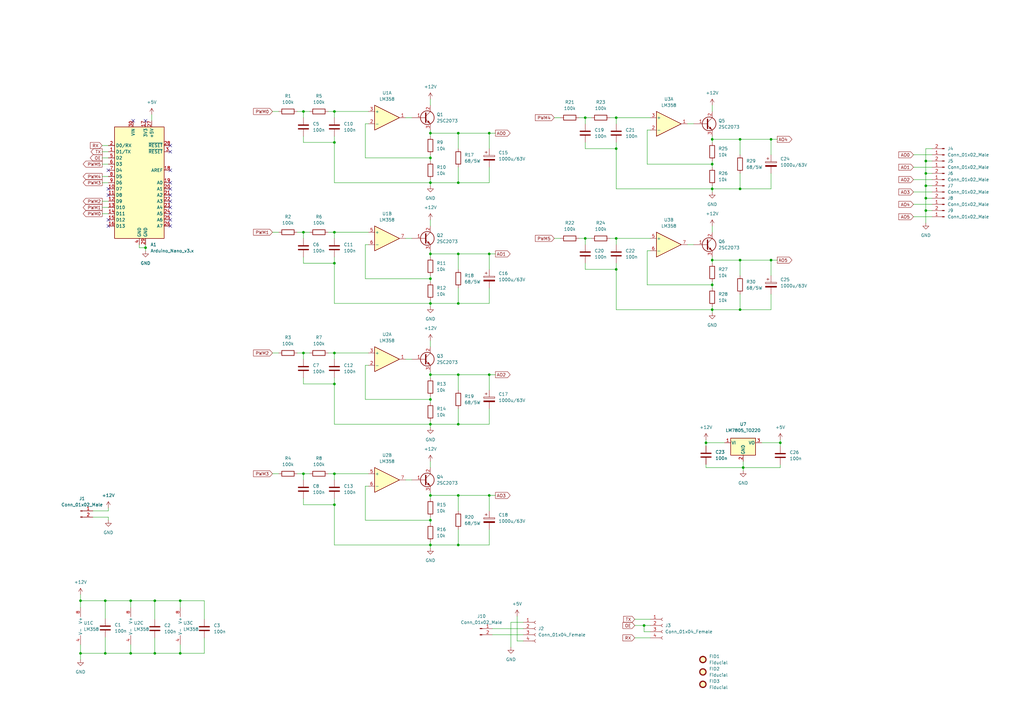
<source format=kicad_sch>
(kicad_sch (version 20211123) (generator eeschema)
  (paper "A3")
  (junction (at 187.96 104.14))
  (junction (at 379.73 71.12))
  (junction (at 264.16 256.54))
  (junction (at 252.73 60.96))
  (junction (at 176.53 64.77))
  (junction (at 43.18 246.38))
  (junction (at 292.1 106.68))
  (junction (at 320.04 181.61))
  (junction (at 63.5 267.97))
  (junction (at 176.53 114.3))
  (junction (at 43.18 267.97))
  (junction (at 200.66 203.2))
  (junction (at 292.1 127))
  (junction (at 124.46 45.72))
  (junction (at 292.1 67.31))
  (junction (at 176.53 124.46))
  (junction (at 137.16 157.48))
  (junction (at 316.23 57.15))
  (junction (at 73.914 246.38))
  (junction (at 176.53 213.36))
  (junction (at 200.66 153.67))
  (junction (at 33.02 246.38))
  (junction (at 187.96 153.67))
  (junction (at 200.66 104.14))
  (junction (at 176.53 153.67))
  (junction (at 316.23 106.68))
  (junction (at 53.594 267.97))
  (junction (at 289.56 181.61))
  (junction (at 137.16 144.78))
  (junction (at 379.73 86.36))
  (junction (at 137.16 95.25))
  (junction (at 292.1 77.47))
  (junction (at 187.96 203.2))
  (junction (at 176.53 54.61))
  (junction (at 379.73 76.2))
  (junction (at 240.03 97.79))
  (junction (at 176.53 223.52))
  (junction (at 124.46 194.31))
  (junction (at 303.53 127))
  (junction (at 53.594 246.38))
  (junction (at 379.73 66.04))
  (junction (at 137.16 107.95))
  (junction (at 176.53 203.2))
  (junction (at 59.69 101.6))
  (junction (at 200.66 54.61))
  (junction (at 292.1 116.84))
  (junction (at 240.03 48.26))
  (junction (at 33.02 267.97))
  (junction (at 303.53 57.15))
  (junction (at 176.53 104.14))
  (junction (at 176.53 163.83))
  (junction (at 252.73 110.49))
  (junction (at 187.96 223.52))
  (junction (at 137.16 194.31))
  (junction (at 187.96 173.99))
  (junction (at 124.46 95.25))
  (junction (at 303.53 77.47))
  (junction (at 187.96 124.46))
  (junction (at 187.96 74.93))
  (junction (at 137.16 207.01))
  (junction (at 63.5 246.38))
  (junction (at 379.73 81.28))
  (junction (at 304.8 191.77))
  (junction (at 252.73 48.26))
  (junction (at 137.16 58.42))
  (junction (at 73.914 267.97))
  (junction (at 252.73 97.79))
  (junction (at 303.53 106.68))
  (junction (at 176.53 74.93))
  (junction (at 124.46 144.78))
  (junction (at 176.53 173.99))
  (junction (at 292.1 57.15))
  (junction (at 137.16 45.72))
  (junction (at 187.96 54.61))
  (no_connect (at 69.85 80.01))
  (no_connect (at 69.85 77.47))
  (no_connect (at 69.85 74.93))
  (no_connect (at 44.45 80.01))
  (no_connect (at 44.45 77.47))
  (no_connect (at 69.85 82.55))
  (no_connect (at 44.45 69.85))
  (no_connect (at 69.85 85.09))
  (no_connect (at 69.85 87.63))
  (no_connect (at 69.85 90.17))
  (no_connect (at 69.85 92.71))
  (no_connect (at 44.45 90.17))
  (no_connect (at 44.45 92.71))
  (no_connect (at 69.85 59.69))
  (no_connect (at 69.85 62.23))
  (no_connect (at 69.85 69.85))
  (no_connect (at 59.69 49.53))
  (no_connect (at 54.61 49.53))
  (wire (pts (xy 374.65 88.9) (xy 382.27 88.9)))
  (wire (pts (xy 252.73 48.26) (xy 266.7 48.26)))
  (wire (pts (xy 83.82 267.97) (xy 73.914 267.97)))
  (wire (pts (xy 320.04 190.627) (xy 320.04 191.77)))
  (wire (pts (xy 176.53 203.2) (xy 187.96 203.2)))
  (wire (pts (xy 176.53 124.46) (xy 187.96 124.46)))
  (wire (pts (xy 176.53 124.46) (xy 176.53 125.73)))
  (wire (pts (xy 316.23 77.47) (xy 316.23 71.12)))
  (wire (pts (xy 187.96 104.14) (xy 187.96 110.49)))
  (wire (pts (xy 379.73 71.12) (xy 382.27 71.12)))
  (wire (pts (xy 121.92 45.72) (xy 124.46 45.72)))
  (wire (pts (xy 379.73 86.36) (xy 379.73 81.28)))
  (wire (pts (xy 303.53 57.15) (xy 316.23 57.15)))
  (wire (pts (xy 316.23 57.15) (xy 318.77 57.15)))
  (wire (pts (xy 176.53 222.25) (xy 176.53 223.52)))
  (wire (pts (xy 124.46 154.94) (xy 124.46 157.48)))
  (wire (pts (xy 44.45 209.55) (xy 44.45 208.28)))
  (wire (pts (xy 137.16 45.72) (xy 151.13 45.72)))
  (wire (pts (xy 187.96 173.99) (xy 200.66 173.99)))
  (wire (pts (xy 379.73 86.36) (xy 382.27 86.36)))
  (wire (pts (xy 137.16 58.42) (xy 137.16 55.88)))
  (wire (pts (xy 292.1 127) (xy 252.73 127)))
  (wire (pts (xy 200.66 203.2) (xy 203.2 203.2)))
  (wire (pts (xy 134.62 144.78) (xy 137.16 144.78)))
  (wire (pts (xy 200.66 118.11) (xy 200.66 124.46)))
  (wire (pts (xy 312.42 181.61) (xy 320.04 181.61)))
  (wire (pts (xy 124.46 194.31) (xy 127 194.31)))
  (wire (pts (xy 187.96 223.52) (xy 200.66 223.52)))
  (wire (pts (xy 214.63 262.89) (xy 212.09 262.89)))
  (wire (pts (xy 252.73 127) (xy 252.73 110.49)))
  (wire (pts (xy 201.93 257.81) (xy 214.63 257.81)))
  (wire (pts (xy 137.16 95.25) (xy 151.13 95.25)))
  (wire (pts (xy 176.53 153.67) (xy 176.53 154.94)))
  (wire (pts (xy 252.73 60.96) (xy 252.73 58.42)))
  (wire (pts (xy 281.94 100.33) (xy 284.48 100.33)))
  (wire (pts (xy 289.56 181.61) (xy 289.56 180.34)))
  (wire (pts (xy 176.53 113.03) (xy 176.53 114.3)))
  (wire (pts (xy 240.03 110.49) (xy 252.73 110.49)))
  (wire (pts (xy 292.1 127) (xy 292.1 128.27)))
  (wire (pts (xy 83.82 261.62) (xy 83.82 267.97)))
  (wire (pts (xy 124.46 55.88) (xy 124.46 58.42)))
  (wire (pts (xy 176.53 201.93) (xy 176.53 203.2)))
  (wire (pts (xy 41.91 87.63) (xy 44.45 87.63)))
  (wire (pts (xy 304.8 191.77) (xy 289.56 191.77)))
  (wire (pts (xy 124.46 95.25) (xy 124.46 97.79)))
  (wire (pts (xy 176.53 203.2) (xy 176.53 204.47)))
  (wire (pts (xy 137.16 95.25) (xy 137.16 97.79)))
  (wire (pts (xy 316.23 106.68) (xy 318.77 106.68)))
  (wire (pts (xy 33.02 264.414) (xy 33.02 267.97)))
  (wire (pts (xy 33.02 243.84) (xy 33.02 246.38)))
  (wire (pts (xy 176.53 153.67) (xy 187.96 153.67)))
  (wire (pts (xy 166.37 196.85) (xy 168.91 196.85)))
  (wire (pts (xy 111.76 144.78) (xy 114.3 144.78)))
  (wire (pts (xy 176.53 173.99) (xy 187.96 173.99)))
  (wire (pts (xy 149.86 149.86) (xy 151.13 149.86)))
  (wire (pts (xy 176.53 163.83) (xy 149.86 163.83)))
  (wire (pts (xy 187.96 153.67) (xy 187.96 160.02)))
  (wire (pts (xy 281.94 50.8) (xy 284.48 50.8)))
  (wire (pts (xy 379.73 76.2) (xy 382.27 76.2)))
  (wire (pts (xy 240.03 97.79) (xy 240.03 100.33)))
  (wire (pts (xy 176.53 64.77) (xy 176.53 66.04)))
  (wire (pts (xy 43.18 261.366) (xy 43.18 267.97)))
  (wire (pts (xy 250.19 97.79) (xy 252.73 97.79)))
  (wire (pts (xy 260.35 261.62) (xy 266.7 261.62)))
  (wire (pts (xy 124.46 144.78) (xy 127 144.78)))
  (wire (pts (xy 265.43 102.87) (xy 265.43 116.84)))
  (wire (pts (xy 38.1 212.09) (xy 44.45 212.09)))
  (wire (pts (xy 176.53 223.52) (xy 176.53 224.79)))
  (wire (pts (xy 303.53 57.15) (xy 303.53 63.5)))
  (wire (pts (xy 176.53 73.66) (xy 176.53 74.93)))
  (wire (pts (xy 44.45 212.09) (xy 44.45 213.36)))
  (wire (pts (xy 59.69 101.6) (xy 59.69 102.87)))
  (wire (pts (xy 292.1 105.41) (xy 292.1 106.68)))
  (wire (pts (xy 240.03 60.96) (xy 252.73 60.96)))
  (wire (pts (xy 289.56 181.61) (xy 289.56 182.88)))
  (wire (pts (xy 265.43 53.34) (xy 265.43 67.31)))
  (wire (pts (xy 303.53 127) (xy 316.23 127)))
  (wire (pts (xy 124.46 157.48) (xy 137.16 157.48)))
  (wire (pts (xy 264.16 256.54) (xy 266.7 256.54)))
  (wire (pts (xy 176.53 223.52) (xy 187.96 223.52)))
  (wire (pts (xy 176.53 123.19) (xy 176.53 124.46)))
  (wire (pts (xy 137.16 194.31) (xy 137.16 196.85)))
  (wire (pts (xy 187.96 203.2) (xy 200.66 203.2)))
  (wire (pts (xy 209.55 255.27) (xy 209.55 265.43)))
  (wire (pts (xy 149.86 100.33) (xy 151.13 100.33)))
  (wire (pts (xy 250.19 48.26) (xy 252.73 48.26)))
  (wire (pts (xy 237.49 97.79) (xy 240.03 97.79)))
  (wire (pts (xy 187.96 104.14) (xy 200.66 104.14)))
  (wire (pts (xy 176.53 102.87) (xy 176.53 104.14)))
  (wire (pts (xy 73.914 246.38) (xy 73.914 249.174)))
  (wire (pts (xy 379.73 81.28) (xy 379.73 76.2)))
  (wire (pts (xy 187.96 124.46) (xy 200.66 124.46)))
  (wire (pts (xy 176.53 54.61) (xy 176.53 55.88)))
  (wire (pts (xy 124.46 45.72) (xy 127 45.72)))
  (wire (pts (xy 374.65 68.58) (xy 382.27 68.58)))
  (wire (pts (xy 38.1 209.55) (xy 44.45 209.55)))
  (wire (pts (xy 149.86 50.8) (xy 149.86 64.77)))
  (wire (pts (xy 124.46 58.42) (xy 137.16 58.42)))
  (wire (pts (xy 212.09 262.89) (xy 212.09 252.73)))
  (wire (pts (xy 292.1 77.47) (xy 303.53 77.47)))
  (wire (pts (xy 252.73 97.79) (xy 252.73 100.33)))
  (wire (pts (xy 303.53 127) (xy 303.53 120.65)))
  (wire (pts (xy 41.91 85.09) (xy 44.45 85.09)))
  (wire (pts (xy 137.16 124.46) (xy 137.16 107.95)))
  (wire (pts (xy 227.33 48.26) (xy 229.87 48.26)))
  (wire (pts (xy 187.96 223.52) (xy 187.96 217.17)))
  (wire (pts (xy 149.86 100.33) (xy 149.86 114.3)))
  (wire (pts (xy 201.93 260.35) (xy 214.63 260.35)))
  (wire (pts (xy 265.43 53.34) (xy 266.7 53.34)))
  (wire (pts (xy 200.66 223.52) (xy 200.66 217.17)))
  (wire (pts (xy 260.35 256.54) (xy 264.16 256.54)))
  (wire (pts (xy 111.76 194.31) (xy 114.3 194.31)))
  (wire (pts (xy 41.91 67.31) (xy 44.45 67.31)))
  (wire (pts (xy 53.594 264.414) (xy 53.594 267.97)))
  (wire (pts (xy 292.1 115.57) (xy 292.1 116.84)))
  (wire (pts (xy 266.7 259.08) (xy 264.16 259.08)))
  (wire (pts (xy 166.37 48.26) (xy 168.91 48.26)))
  (wire (pts (xy 137.16 107.95) (xy 137.16 105.41)))
  (wire (pts (xy 303.53 106.68) (xy 303.53 113.03)))
  (wire (pts (xy 187.96 203.2) (xy 187.96 209.55)))
  (wire (pts (xy 124.46 105.41) (xy 124.46 107.95)))
  (wire (pts (xy 200.66 203.2) (xy 200.66 209.55)))
  (wire (pts (xy 124.46 95.25) (xy 127 95.25)))
  (wire (pts (xy 187.96 173.99) (xy 187.96 167.64)))
  (wire (pts (xy 292.1 116.84) (xy 292.1 118.11)))
  (wire (pts (xy 176.53 104.14) (xy 176.53 105.41)))
  (wire (pts (xy 200.66 153.67) (xy 200.66 160.02)))
  (wire (pts (xy 33.02 267.97) (xy 43.18 267.97)))
  (wire (pts (xy 176.53 173.99) (xy 176.53 175.26)))
  (wire (pts (xy 53.594 246.38) (xy 53.594 249.174)))
  (wire (pts (xy 237.49 48.26) (xy 240.03 48.26)))
  (wire (pts (xy 292.1 57.15) (xy 303.53 57.15)))
  (wire (pts (xy 200.66 104.14) (xy 200.66 110.49)))
  (wire (pts (xy 303.53 106.68) (xy 316.23 106.68)))
  (wire (pts (xy 200.66 104.14) (xy 203.2 104.14)))
  (wire (pts (xy 176.53 63.5) (xy 176.53 64.77)))
  (wire (pts (xy 73.914 267.97) (xy 73.914 264.414)))
  (wire (pts (xy 252.73 97.79) (xy 266.7 97.79)))
  (wire (pts (xy 187.96 153.67) (xy 200.66 153.67)))
  (wire (pts (xy 176.53 114.3) (xy 149.86 114.3)))
  (wire (pts (xy 149.86 199.39) (xy 151.13 199.39)))
  (wire (pts (xy 137.16 157.48) (xy 137.16 154.94)))
  (wire (pts (xy 111.76 95.25) (xy 114.3 95.25)))
  (wire (pts (xy 240.03 48.26) (xy 242.57 48.26)))
  (wire (pts (xy 62.23 46.99) (xy 62.23 49.53)))
  (wire (pts (xy 200.66 54.61) (xy 203.2 54.61)))
  (wire (pts (xy 137.16 144.78) (xy 137.16 147.32)))
  (wire (pts (xy 303.53 77.47) (xy 303.53 71.12)))
  (wire (pts (xy 137.16 207.01) (xy 137.16 204.47)))
  (wire (pts (xy 187.96 124.46) (xy 187.96 118.11)))
  (wire (pts (xy 149.86 149.86) (xy 149.86 163.83)))
  (wire (pts (xy 176.53 213.36) (xy 149.86 213.36)))
  (wire (pts (xy 137.16 74.93) (xy 137.16 58.42)))
  (wire (pts (xy 240.03 107.95) (xy 240.03 110.49)))
  (wire (pts (xy 134.62 95.25) (xy 137.16 95.25)))
  (wire (pts (xy 304.8 191.77) (xy 304.8 193.04)))
  (wire (pts (xy 292.1 66.04) (xy 292.1 67.31)))
  (wire (pts (xy 292.1 67.31) (xy 292.1 68.58)))
  (wire (pts (xy 292.1 43.18) (xy 292.1 45.72)))
  (wire (pts (xy 124.46 194.31) (xy 124.46 196.85)))
  (wire (pts (xy 187.96 74.93) (xy 187.96 68.58)))
  (wire (pts (xy 149.86 50.8) (xy 151.13 50.8)))
  (wire (pts (xy 292.1 55.88) (xy 292.1 57.15)))
  (wire (pts (xy 176.53 223.52) (xy 137.16 223.52)))
  (wire (pts (xy 33.02 246.38) (xy 43.18 246.38)))
  (wire (pts (xy 41.91 74.93) (xy 44.45 74.93)))
  (wire (pts (xy 320.04 191.77) (xy 304.8 191.77)))
  (wire (pts (xy 320.04 181.61) (xy 320.04 183.007)))
  (wire (pts (xy 292.1 76.2) (xy 292.1 77.47)))
  (wire (pts (xy 59.69 101.6) (xy 57.15 101.6)))
  (wire (pts (xy 379.73 66.04) (xy 382.27 66.04)))
  (wire (pts (xy 187.96 54.61) (xy 200.66 54.61)))
  (wire (pts (xy 176.53 74.93) (xy 137.16 74.93)))
  (wire (pts (xy 292.1 57.15) (xy 292.1 58.42)))
  (wire (pts (xy 63.5 267.97) (xy 73.914 267.97)))
  (wire (pts (xy 176.53 213.36) (xy 176.53 214.63)))
  (wire (pts (xy 379.73 91.44) (xy 379.73 86.36)))
  (wire (pts (xy 176.53 90.17) (xy 176.53 92.71)))
  (wire (pts (xy 83.82 246.38) (xy 73.914 246.38)))
  (wire (pts (xy 292.1 116.84) (xy 265.43 116.84)))
  (wire (pts (xy 252.73 110.49) (xy 252.73 107.95)))
  (wire (pts (xy 176.53 64.77) (xy 149.86 64.77)))
  (wire (pts (xy 41.91 72.39) (xy 44.45 72.39)))
  (wire (pts (xy 176.53 114.3) (xy 176.53 115.57)))
  (wire (pts (xy 292.1 106.68) (xy 292.1 107.95)))
  (wire (pts (xy 33.02 267.97) (xy 33.02 270.51)))
  (wire (pts (xy 166.37 147.32) (xy 168.91 147.32)))
  (wire (pts (xy 176.53 139.7) (xy 176.53 142.24)))
  (wire (pts (xy 316.23 106.68) (xy 316.23 113.03)))
  (wire (pts (xy 33.02 246.38) (xy 33.02 249.174)))
  (wire (pts (xy 227.33 97.79) (xy 229.87 97.79)))
  (wire (pts (xy 260.35 254) (xy 266.7 254)))
  (wire (pts (xy 214.63 255.27) (xy 209.55 255.27)))
  (wire (pts (xy 240.03 48.26) (xy 240.03 50.8)))
  (wire (pts (xy 292.1 127) (xy 303.53 127)))
  (wire (pts (xy 124.46 144.78) (xy 124.46 147.32)))
  (wire (pts (xy 176.53 212.09) (xy 176.53 213.36)))
  (wire (pts (xy 176.53 172.72) (xy 176.53 173.99)))
  (wire (pts (xy 292.1 77.47) (xy 252.73 77.47)))
  (wire (pts (xy 121.92 95.25) (xy 124.46 95.25)))
  (wire (pts (xy 43.18 267.97) (xy 53.594 267.97)))
  (wire (pts (xy 379.73 71.12) (xy 379.73 66.04)))
  (wire (pts (xy 200.66 173.99) (xy 200.66 167.64)))
  (wire (pts (xy 297.18 181.61) (xy 289.56 181.61)))
  (wire (pts (xy 176.53 124.46) (xy 137.16 124.46)))
  (wire (pts (xy 176.53 152.4) (xy 176.53 153.67)))
  (wire (pts (xy 200.66 68.58) (xy 200.66 74.93)))
  (wire (pts (xy 292.1 125.73) (xy 292.1 127)))
  (wire (pts (xy 292.1 92.71) (xy 292.1 95.25)))
  (wire (pts (xy 124.46 204.47) (xy 124.46 207.01)))
  (wire (pts (xy 166.37 97.79) (xy 168.91 97.79)))
  (wire (pts (xy 176.53 40.64) (xy 176.53 43.18)))
  (wire (pts (xy 63.5 246.38) (xy 63.5 254)))
  (wire (pts (xy 134.62 194.31) (xy 137.16 194.31)))
  (wire (pts (xy 57.15 100.33) (xy 57.15 101.6)))
  (wire (pts (xy 176.53 74.93) (xy 187.96 74.93)))
  (wire (pts (xy 379.73 60.96) (xy 382.27 60.96)))
  (wire (pts (xy 200.66 74.93) (xy 187.96 74.93)))
  (wire (pts (xy 59.69 100.33) (xy 59.69 101.6)))
  (wire (pts (xy 176.53 74.93) (xy 176.53 76.2)))
  (wire (pts (xy 176.53 54.61) (xy 187.96 54.61)))
  (wire (pts (xy 149.86 199.39) (xy 149.86 213.36)))
  (wire (pts (xy 374.65 73.66) (xy 382.27 73.66)))
  (wire (pts (xy 374.65 83.82) (xy 382.27 83.82)))
  (wire (pts (xy 134.62 45.72) (xy 137.16 45.72)))
  (wire (pts (xy 73.914 246.38) (xy 63.5 246.38)))
  (wire (pts (xy 292.1 77.47) (xy 292.1 78.74)))
  (wire (pts (xy 41.91 82.55) (xy 44.45 82.55)))
  (wire (pts (xy 83.82 246.38) (xy 83.82 254)))
  (wire (pts (xy 374.65 78.74) (xy 382.27 78.74)))
  (wire (pts (xy 379.73 81.28) (xy 382.27 81.28)))
  (wire (pts (xy 379.73 66.04) (xy 379.73 60.96)))
  (wire (pts (xy 379.73 76.2) (xy 379.73 71.12)))
  (wire (pts (xy 289.56 190.5) (xy 289.56 191.77)))
  (wire (pts (xy 41.91 64.77) (xy 44.45 64.77)))
  (wire (pts (xy 121.92 194.31) (xy 124.46 194.31)))
  (wire (pts (xy 200.66 54.61) (xy 200.66 60.96)))
  (wire (pts (xy 137.16 144.78) (xy 151.13 144.78)))
  (wire (pts (xy 53.594 267.97) (xy 63.5 267.97)))
  (wire (pts (xy 252.73 77.47) (xy 252.73 60.96)))
  (wire (pts (xy 137.16 223.52) (xy 137.16 207.01)))
  (wire (pts (xy 41.91 59.69) (xy 44.45 59.69)))
  (wire (pts (xy 176.53 163.83) (xy 176.53 165.1)))
  (wire (pts (xy 111.76 45.72) (xy 114.3 45.72)))
  (wire (pts (xy 176.53 104.14) (xy 187.96 104.14)))
  (wire (pts (xy 265.43 102.87) (xy 266.7 102.87)))
  (wire (pts (xy 252.73 48.26) (xy 252.73 50.8)))
  (wire (pts (xy 187.96 54.61) (xy 187.96 60.96)))
  (wire (pts (xy 63.5 261.62) (xy 63.5 267.97)))
  (wire (pts (xy 137.16 173.99) (xy 137.16 157.48)))
  (wire (pts (xy 316.23 127) (xy 316.23 120.65)))
  (wire (pts (xy 124.46 45.72) (xy 124.46 48.26)))
  (wire (pts (xy 124.46 207.01) (xy 137.16 207.01)))
  (wire (pts (xy 264.16 259.08) (xy 264.16 256.54)))
  (wire (pts (xy 176.53 173.99) (xy 137.16 173.99)))
  (wire (pts (xy 304.8 189.23) (xy 304.8 191.77)))
  (wire (pts (xy 41.91 62.23) (xy 44.45 62.23)))
  (wire (pts (xy 137.16 45.72) (xy 137.16 48.26)))
  (wire (pts (xy 176.53 53.34) (xy 176.53 54.61)))
  (wire (pts (xy 121.92 144.78) (xy 124.46 144.78)))
  (wire (pts (xy 316.23 57.15) (xy 316.23 63.5)))
  (wire (pts (xy 303.53 77.47) (xy 316.23 77.47)))
  (wire (pts (xy 176.53 189.23) (xy 176.53 191.77)))
  (wire (pts (xy 374.65 63.5) (xy 382.27 63.5)))
  (wire (pts (xy 43.18 246.38) (xy 53.594 246.38)))
  (wire (pts (xy 200.66 153.67) (xy 203.2 153.67)))
  (wire (pts (xy 240.03 58.42) (xy 240.03 60.96)))
  (wire (pts (xy 320.04 181.61) (xy 320.04 180.34)))
  (wire (pts (xy 124.46 107.95) (xy 137.16 107.95)))
  (wire (pts (xy 176.53 162.56) (xy 176.53 163.83)))
  (wire (pts (xy 292.1 67.31) (xy 265.43 67.31)))
  (wire (pts (xy 63.5 246.38) (xy 53.594 246.38)))
  (wire (pts (xy 240.03 97.79) (xy 242.57 97.79)))
  (wire (pts (xy 292.1 106.68) (xy 303.53 106.68)))
  (wire (pts (xy 43.18 253.746) (xy 43.18 246.38)))
  (wire (pts (xy 137.16 194.31) (xy 151.13 194.31)))
  (global_label "PWM4" (shape output) (at 41.91 72.39 180) (property "Intersheet References" "${INTERSHEET_REFS}" (effects hide)))
  (global_label "PWM3" (shape output) (at 41.91 74.93 180) (property "Intersheet References" "${INTERSHEET_REFS}" (effects hide)))
  (global_label "AO1" (shape output) (at 203.2 104.14 0) (property "Intersheet References" "${INTERSHEET_REFS}" (effects hide)))
  (global_label "AO5" (shape output) (at 318.77 106.68 0) (property "Intersheet References" "${INTERSHEET_REFS}" (effects hide)))
  (global_label "PWM0" (shape output) (at 41.91 87.63 180) (property "Intersheet References" "${INTERSHEET_REFS}" (effects hide)))
  (global_label "RX" (shape input) (at 41.91 59.69 180) (property "Intersheet References" "${INTERSHEET_REFS}" (effects hide)))
  (global_label "AO0" (shape input) (at 374.65 63.5 180) (property "Intersheet References" "${INTERSHEET_REFS}" (effects hide)))
  (global_label "OE" (shape input) (at 260.35 256.54 180) (property "Intersheet References" "${INTERSHEET_REFS}" (effects hide)))
  (global_label "PWM5" (shape input) (at 227.33 97.79 180) (property "Intersheet References" "${INTERSHEET_REFS}" (effects hide)))
  (global_label "TX" (shape output) (at 41.91 62.23 180) (property "Intersheet References" "${INTERSHEET_REFS}" (effects hide)))
  (global_label "AO5" (shape input) (at 374.65 88.9 180) (property "Intersheet References" "${INTERSHEET_REFS}" (effects hide)))
  (global_label "PWM1" (shape input) (at 111.76 95.25 180) (property "Intersheet References" "${INTERSHEET_REFS}" (effects hide)))
  (global_label "AO3" (shape output) (at 203.2 203.2 0) (property "Intersheet References" "${INTERSHEET_REFS}" (effects hide)))
  (global_label "PWM3" (shape input) (at 111.76 194.31 180) (property "Intersheet References" "${INTERSHEET_REFS}" (effects hide)))
  (global_label "AO4" (shape output) (at 318.77 57.15 0) (property "Intersheet References" "${INTERSHEET_REFS}" (effects hide)))
  (global_label "AO2" (shape input) (at 374.65 73.66 180) (property "Intersheet References" "${INTERSHEET_REFS}" (effects hide)))
  (global_label "PWM1" (shape output) (at 41.91 85.09 180) (property "Intersheet References" "${INTERSHEET_REFS}" (effects hide)))
  (global_label "AO0" (shape output) (at 203.2 54.61 0) (property "Intersheet References" "${INTERSHEET_REFS}" (effects hide)))
  (global_label "PWM4" (shape input) (at 227.33 48.26 180) (property "Intersheet References" "${INTERSHEET_REFS}" (effects hide)))
  (global_label "PWM0" (shape input) (at 111.76 45.72 180) (property "Intersheet References" "${INTERSHEET_REFS}" (effects hide)))
  (global_label "RX" (shape input) (at 260.35 261.62 180) (property "Intersheet References" "${INTERSHEET_REFS}" (effects hide)))
  (global_label "AO1" (shape input) (at 374.65 68.58 180) (property "Intersheet References" "${INTERSHEET_REFS}" (effects hide)))
  (global_label "AO2" (shape output) (at 203.2 153.67 0) (property "Intersheet References" "${INTERSHEET_REFS}" (effects hide)))
  (global_label "PWM2" (shape input) (at 111.76 144.78 180) (property "Intersheet References" "${INTERSHEET_REFS}" (effects hide)))
  (global_label "TX" (shape input) (at 260.35 254 180) (property "Intersheet References" "${INTERSHEET_REFS}" (effects hide)))
  (global_label "AO4" (shape input) (at 374.65 83.82 180) (property "Intersheet References" "${INTERSHEET_REFS}" (effects hide)))
  (global_label "AO3" (shape input) (at 374.65 78.74 180) (property "Intersheet References" "${INTERSHEET_REFS}" (effects hide)))
  (global_label "OE" (shape output) (at 41.91 64.77 180) (property "Intersheet References" "${INTERSHEET_REFS}" (effects hide)))
  (global_label "PWM2" (shape output) (at 41.91 82.55 180) (property "Intersheet References" "${INTERSHEET_REFS}" (effects hide)))
  (global_label "PWM5" (shape output) (at 41.91 67.31 180) (property "Intersheet References" "${INTERSHEET_REFS}" (effects hide)))
  (symbol (lib_id "Device:Q_NPN_BCE") (at 173.99 48.26 0) (unit 1)
    (property "Reference" "Q1" (at 179.07 46.9899 0) (effects (justify left)))
    (property "Value" "2SC2073" (at 179.07 49.5299 0) (effects (justify left)))
    (property "Footprint" "Package_TO_SOT_THT:TO-220-3_Vertical" (effects hide))
  )
  (symbol (lib_id "Device:C") (at 320.04 186.817 0) (unit 1)
    (property "Reference" "C26" (at 323.85 185.5469 0) (effects (justify left)))
    (property "Value" "100n" (at 323.85 188.0869 0) (effects (justify left)))
    (property "Footprint" "Capacitor_SMD:C_0805_2012Metric_Pad1.18x1.45mm_HandSolder" (effects hide))
  )
  (symbol (lib_id "Device:Q_NPN_BCE") (at 173.99 196.85 0) (unit 1)
    (property "Reference" "Q4" (at 179.07 195.5799 0) (effects (justify left)))
    (property "Value" "2SC2073" (at 179.07 198.1199 0) (effects (justify left)))
    (property "Footprint" "Package_TO_SOT_THT:TO-220-3_Vertical" (effects hide))
  )
  (symbol (lib_id "power:GND") (at 209.55 265.43 0) (unit 1)
    (property "Reference" "#PWR015" (effects hide))
    (property "Value" "GND" (at 209.55 270.51 0))
  )
  (symbol (lib_id "Device:C_Polarized") (at 316.23 67.31 0) (unit 1)
    (property "Reference" "C24" (at 320.04 65.1509 0) (effects (justify left)))
    (property "Value" "1000u/63V" (at 320.04 67.6909 0) (effects (justify left)))
    (property "Footprint" "Capacitor_THT:C_Radial_D16.0mm_H25.0mm_P7.50mm" (effects hide))
  )
  (symbol (lib_id "Device:R") (at 118.11 144.78 90) (unit 1)
    (property "Reference" "R3" (at 118.11 138.43 90))
    (property "Value" "100k" (at 118.11 140.97 90))
    (property "Footprint" "Resistor_SMD:R_0805_2012Metric_Pad1.20x1.40mm_HandSolder" (effects hide))
  )
  (symbol (lib_id "Device:C_Polarized") (at 200.66 64.77 0) (unit 1)
    (property "Reference" "C15" (at 204.47 62.6109 0) (effects (justify left)))
    (property "Value" "1000u/63V" (at 204.47 65.1509 0) (effects (justify left)))
    (property "Footprint" "Capacitor_THT:C_Radial_D16.0mm_H25.0mm_P7.50mm" (effects hide))
  )
  (symbol (lib_id "Device:R") (at 303.53 116.84 180) (unit 1)
    (property "Reference" "R30" (at 306.07 115.5699 0) (effects (justify right)))
    (property "Value" "68/5W" (at 306.07 118.1099 0) (effects (justify right)))
    (property "Footprint" "Resistor_THT:R_Axial_Power_L25.0mm_W9.0mm_P10.16mm_Vertical" (effects hide))
  )
  (symbol (lib_id "Connector:Conn_01x04_Female") (at 271.78 256.54 0) (unit 1)
    (property "Reference" "J3" (at 272.796 256.5399 0) (effects (justify left)))
    (property "Value" "Conn_01x04_Female" (at 272.796 259.0799 0) (effects (justify left)))
    (property "Footprint" "Connector_PinHeader_2.54mm:PinHeader_1x04_P2.54mm_Vertical" (effects hide))
  )
  (symbol (lib_id "MCU_Module:Arduino_Nano_v3.x") (at 57.15 74.93 0) (unit 1)
    (property "Reference" "A1" (at 61.7094 100.33 0) (effects (justify left)))
    (property "Value" "Arduino_Nano_v3.x" (at 61.7094 102.87 0) (effects (justify left)))
    (property "Footprint" "Module:Arduino_Nano" (effects hide))
    (property "Datasheet" "http://www.mouser.com/pdfdocs/Gravitech_Arduino_Nano3_0.pdf" (effects hide))
  )
  (symbol (lib_id "Device:C_Polarized") (at 200.66 114.3 0) (unit 1)
    (property "Reference" "C16" (at 204.47 112.1409 0) (effects (justify left)))
    (property "Value" "1000u/63V" (at 204.47 114.6809 0) (effects (justify left)))
    (property "Footprint" "Capacitor_THT:C_Radial_D16.0mm_H25.0mm_P7.50mm" (effects hide))
  )
  (symbol (lib_id "Device:R") (at 118.11 95.25 90) (unit 1)
    (property "Reference" "R2" (at 118.11 88.9 90))
    (property "Value" "100k" (at 118.11 91.44 90))
    (property "Footprint" "Resistor_SMD:R_0805_2012Metric_Pad1.20x1.40mm_HandSolder" (effects hide))
  )
  (symbol (lib_id "Connector:Conn_01x02_Male") (at 387.35 78.74 180) (unit 1)
    (property "Reference" "J7" (at 388.62 76.1999 0) (effects (justify right)))
    (property "Value" "Conn_01x02_Male" (at 388.62 78.7399 0) (effects (justify right)))
    (property "Footprint" "Connector_Phoenix_MSTB:PhoenixContact_MSTBVA_2,5_2-G-5,08_1x02_P5.08mm_Vertical" (effects hide))
  )
  (symbol (lib_id "Mechanical:Fiducial") (at 288.29 270.51 0) (unit 1)
    (property "Reference" "FID1" (at 290.83 269.2399 0) (effects (justify left)))
    (property "Value" "Fiducial" (at 290.83 271.7799 0) (effects (justify left)))
    (property "Footprint" "Fiducial:Fiducial_1.5mm_Mask3mm" (effects hide))
  )
  (symbol (lib_id "Device:C") (at 252.73 104.14 0) (unit 1)
    (property "Reference" "C22" (at 256.54 102.8699 0) (effects (justify left)))
    (property "Value" "100n" (at 256.54 105.4099 0) (effects (justify left)))
    (property "Footprint" "Capacitor_SMD:C_0805_2012Metric_Pad1.18x1.45mm_HandSolder" (effects hide))
  )
  (symbol (lib_id "Device:C") (at 83.82 257.81 0) (unit 1)
    (property "Reference" "C3" (at 87.63 256.5399 0) (effects (justify left)))
    (property "Value" "100n" (at 87.63 259.0799 0) (effects (justify left)))
    (property "Footprint" "Capacitor_SMD:C_0805_2012Metric_Pad1.18x1.45mm_HandSolder" (effects hide))
  )
  (symbol (lib_id "Device:R") (at 118.11 45.72 90) (unit 1)
    (property "Reference" "R1" (at 118.11 39.37 90))
    (property "Value" "100k" (at 118.11 41.91 90))
    (property "Footprint" "Resistor_SMD:R_0805_2012Metric_Pad1.20x1.40mm_HandSolder" (effects hide))
  )
  (symbol (lib_id "Amplifier_Operational:LM358") (at 76.454 256.794 0) (unit 3)
    (property "Reference" "U3" (at 75.184 255.5239 0) (effects (justify left)))
    (property "Value" "LM358" (at 75.184 258.0639 0) (effects (justify left)))
    (property "Footprint" "Package_SO:SO-8_3.9x4.9mm_P1.27mm" (effects hide))
    (property "Datasheet" "http://www.ti.com/lit/ds/symlink/lm2904-n.pdf" (effects hide))
  )
  (symbol (lib_id "power:+12V") (at 176.53 189.23 0) (unit 1)
    (property "Reference" "#PWR013" (effects hide))
    (property "Value" "+12V" (at 176.53 184.15 0))
  )
  (symbol (lib_id "Regulator_Linear:LM7805_TO220") (at 304.8 181.61 0) (unit 1)
    (property "Reference" "U7" (at 304.8 173.99 0))
    (property "Value" "LM7805_TO220" (at 304.8 176.53 0))
    (property "Footprint" "Package_TO_SOT_SMD:TO-263-2" (effects hide))
    (property "Datasheet" "https://www.onsemi.cn/PowerSolutions/document/MC7800-D.PDF" (effects hide))
  )
  (symbol (lib_id "Device:Q_NPN_BCE") (at 173.99 147.32 0) (unit 1)
    (property "Reference" "Q3" (at 179.07 146.0499 0) (effects (justify left)))
    (property "Value" "2SC2073" (at 179.07 148.5899 0) (effects (justify left)))
    (property "Footprint" "Package_TO_SOT_THT:TO-220-3_Vertical" (effects hide))
  )
  (symbol (lib_id "Device:R") (at 233.68 97.79 90) (unit 1)
    (property "Reference" "R22" (at 233.68 91.44 90))
    (property "Value" "100k" (at 233.68 93.98 90))
    (property "Footprint" "Resistor_SMD:R_0805_2012Metric_Pad1.20x1.40mm_HandSolder" (effects hide))
  )
  (symbol (lib_id "Amplifier_Operational:LM358") (at 158.75 147.32 0) (unit 1)
    (property "Reference" "U2" (at 158.75 137.16 0))
    (property "Value" "LM358" (at 158.75 139.7 0))
    (property "Footprint" "Package_SO:SO-8_3.9x4.9mm_P1.27mm" (effects hide))
    (property "Datasheet" "http://www.ti.com/lit/ds/symlink/lm2904-n.pdf" (effects hide))
  )
  (symbol (lib_id "Device:C") (at 240.03 54.61 0) (unit 1)
    (property "Reference" "C19" (at 243.84 53.3399 0) (effects (justify left)))
    (property "Value" "100n" (at 243.84 55.8799 0) (effects (justify left)))
    (property "Footprint" "Capacitor_SMD:C_0805_2012Metric_Pad1.18x1.45mm_HandSolder" (effects hide))
  )
  (symbol (lib_id "Device:R") (at 292.1 121.92 180) (unit 1)
    (property "Reference" "R28" (at 294.64 120.6499 0) (effects (justify right)))
    (property "Value" "10k" (at 294.64 123.1899 0) (effects (justify right)))
    (property "Footprint" "Resistor_SMD:R_0805_2012Metric_Pad1.20x1.40mm_HandSolder" (effects hide))
  )
  (symbol (lib_id "power:+12V") (at 176.53 40.64 0) (unit 1)
    (property "Reference" "#PWR07" (effects hide))
    (property "Value" "+12V" (at 176.53 35.56 0))
  )
  (symbol (lib_id "Device:C_Polarized") (at 200.66 163.83 0) (unit 1)
    (property "Reference" "C17" (at 204.47 161.6709 0) (effects (justify left)))
    (property "Value" "1000u/63V" (at 204.47 164.2109 0) (effects (justify left)))
    (property "Footprint" "Capacitor_THT:C_Radial_D16.0mm_H25.0mm_P7.50mm" (effects hide))
  )
  (symbol (lib_id "Device:R") (at 176.53 109.22 180) (unit 1)
    (property "Reference" "R11" (at 179.07 107.9499 0) (effects (justify right)))
    (property "Value" "10k" (at 179.07 110.4899 0) (effects (justify right)))
    (property "Footprint" "Resistor_SMD:R_0805_2012Metric_Pad1.20x1.40mm_HandSolder" (effects hide))
  )
  (symbol (lib_id "Device:R") (at 303.53 67.31 180) (unit 1)
    (property "Reference" "R29" (at 306.07 66.0399 0) (effects (justify right)))
    (property "Value" "68/5W" (at 306.07 68.5799 0) (effects (justify right)))
    (property "Footprint" "Resistor_THT:R_Axial_Power_L25.0mm_W9.0mm_P10.16mm_Vertical" (effects hide))
  )
  (symbol (lib_id "Device:R") (at 176.53 69.85 180) (unit 1)
    (property "Reference" "R10" (at 179.07 68.5799 0) (effects (justify right)))
    (property "Value" "10k" (at 179.07 71.1199 0) (effects (justify right)))
    (property "Footprint" "Resistor_SMD:R_0805_2012Metric_Pad1.20x1.40mm_HandSolder" (effects hide))
  )
  (symbol (lib_id "Connector:Conn_01x02_Male") (at 387.35 73.66 180) (unit 1)
    (property "Reference" "J6" (at 388.62 71.1199 0) (effects (justify right)))
    (property "Value" "Conn_01x02_Male" (at 388.62 73.6599 0) (effects (justify right)))
    (property "Footprint" "Connector_Phoenix_MSTB:PhoenixContact_MSTBVA_2,5_2-G-5,08_1x02_P5.08mm_Vertical" (effects hide))
  )
  (symbol (lib_id "Connector:Conn_01x02_Male") (at 387.35 63.5 180) (unit 1)
    (property "Reference" "J4" (at 388.62 60.9599 0) (effects (justify right)))
    (property "Value" "Conn_01x02_Male" (at 388.62 63.4999 0) (effects (justify right)))
    (property "Footprint" "Connector_Phoenix_MSTB:PhoenixContact_MSTBVA_2,5_2-G-5,08_1x02_P5.08mm_Vertical" (effects hide))
  )
  (symbol (lib_id "power:GND") (at 33.02 270.51 0) (unit 1)
    (property "Reference" "#PWR02" (effects hide))
    (property "Value" "GND" (at 33.02 275.59 0))
  )
  (symbol (lib_id "power:GND") (at 292.1 128.27 0) (unit 1)
    (property "Reference" "#PWR021" (effects hide))
    (property "Value" "GND" (at 292.1 133.35 0))
  )
  (symbol (lib_id "Device:R") (at 187.96 64.77 180) (unit 1)
    (property "Reference" "R17" (at 190.5 63.4999 0) (effects (justify right)))
    (property "Value" "68/5W" (at 190.5 66.0399 0) (effects (justify right)))
    (property "Footprint" "Resistor_THT:R_Axial_Power_L25.0mm_W9.0mm_P10.16mm_Vertical" (effects hide))
  )
  (symbol (lib_id "Device:C") (at 124.46 52.07 0) (unit 1)
    (property "Reference" "C5" (at 128.27 50.7999 0) (effects (justify left)))
    (property "Value" "100n" (at 128.27 53.3399 0) (effects (justify left)))
    (property "Footprint" "Capacitor_SMD:C_0805_2012Metric_Pad1.18x1.45mm_HandSolder" (effects hide))
  )
  (symbol (lib_id "power:+12V") (at 44.45 208.28 0) (unit 1)
    (property "Reference" "#PWR03" (effects hide))
    (property "Value" "+12V" (at 44.45 203.2 0))
  )
  (symbol (lib_id "Mechanical:Fiducial") (at 288.29 280.67 0) (unit 1)
    (property "Reference" "FID3" (at 290.83 279.3999 0) (effects (justify left)))
    (property "Value" "Fiducial" (at 290.83 281.9399 0) (effects (justify left)))
    (property "Footprint" "Fiducial:Fiducial_1.5mm_Mask3mm" (effects hide))
  )
  (symbol (lib_id "Device:R") (at 246.38 48.26 90) (unit 1)
    (property "Reference" "R23" (at 246.38 41.91 90))
    (property "Value" "100k" (at 246.38 44.45 90))
    (property "Footprint" "Resistor_SMD:R_0805_2012Metric_Pad1.20x1.40mm_HandSolder" (effects hide))
  )
  (symbol (lib_id "Device:R") (at 176.53 158.75 180) (unit 1)
    (property "Reference" "R13" (at 179.07 157.4799 0) (effects (justify right)))
    (property "Value" "10k" (at 179.07 160.0199 0) (effects (justify right)))
    (property "Footprint" "Resistor_SMD:R_0805_2012Metric_Pad1.20x1.40mm_HandSolder" (effects hide))
  )
  (symbol (lib_id "power:GND") (at 379.73 91.44 0) (unit 1)
    (property "Reference" "#PWR024" (effects hide))
    (property "Value" "GND" (at 379.73 96.52 0))
  )
  (symbol (lib_id "Device:R") (at 176.53 218.44 180) (unit 1)
    (property "Reference" "R16" (at 179.07 217.1699 0) (effects (justify right)))
    (property "Value" "10k" (at 179.07 219.7099 0) (effects (justify right)))
    (property "Footprint" "Resistor_SMD:R_0805_2012Metric_Pad1.20x1.40mm_HandSolder" (effects hide))
  )
  (symbol (lib_id "Device:C") (at 137.16 151.13 0) (unit 1)
    (property "Reference" "C12" (at 140.97 149.8599 0) (effects (justify left)))
    (property "Value" "100n" (at 140.97 152.3999 0) (effects (justify left)))
    (property "Footprint" "Capacitor_SMD:C_0805_2012Metric_Pad1.18x1.45mm_HandSolder" (effects hide))
  )
  (symbol (lib_id "Device:C_Polarized") (at 316.23 116.84 0) (unit 1)
    (property "Reference" "C25" (at 320.04 114.6809 0) (effects (justify left)))
    (property "Value" "1000u/63V" (at 320.04 117.2209 0) (effects (justify left)))
    (property "Footprint" "Capacitor_THT:C_Radial_D16.0mm_H25.0mm_P7.50mm" (effects hide))
  )
  (symbol (lib_id "Connector:Conn_01x04_Female") (at 219.71 257.81 0) (unit 1)
    (property "Reference" "J2" (at 220.726 257.8099 0) (effects (justify left)))
    (property "Value" "Conn_01x04_Female" (at 220.726 260.3499 0) (effects (justify left)))
    (property "Footprint" "Connector_PinHeader_2.54mm:PinHeader_1x04_P2.54mm_Vertical" (effects hide))
  )
  (symbol (lib_id "Device:R") (at 130.81 144.78 90) (unit 1)
    (property "Reference" "R7" (at 130.81 138.43 90))
    (property "Value" "100k" (at 130.81 140.97 90))
    (property "Footprint" "Resistor_SMD:R_0805_2012Metric_Pad1.20x1.40mm_HandSolder" (effects hide))
  )
  (symbol (lib_id "Device:C") (at 63.5 257.81 0) (unit 1)
    (property "Reference" "C2" (at 67.31 256.5399 0) (effects (justify left)))
    (property "Value" "100n" (at 67.31 259.0799 0) (effects (justify left)))
    (property "Footprint" "Capacitor_SMD:C_0805_2012Metric_Pad1.18x1.45mm_HandSolder" (effects hide))
  )
  (symbol (lib_id "Device:R") (at 130.81 194.31 90) (unit 1)
    (property "Reference" "R8" (at 130.81 187.96 90))
    (property "Value" "100k" (at 130.81 190.5 90))
    (property "Footprint" "Resistor_SMD:R_0805_2012Metric_Pad1.20x1.40mm_HandSolder" (effects hide))
  )
  (symbol (lib_id "Device:C") (at 43.18 257.556 0) (unit 1)
    (property "Reference" "C1" (at 46.99 256.2859 0) (effects (justify left)))
    (property "Value" "100n" (at 46.99 258.8259 0) (effects (justify left)))
    (property "Footprint" "Capacitor_SMD:C_0805_2012Metric_Pad1.18x1.45mm_HandSolder" (effects hide))
  )
  (symbol (lib_id "power:+12V") (at 292.1 43.18 0) (unit 1)
    (property "Reference" "#PWR017" (effects hide))
    (property "Value" "+12V" (at 292.1 38.1 0))
  )
  (symbol (lib_id "Connector:Conn_01x02_Male") (at 387.35 88.9 180) (unit 1)
    (property "Reference" "J9" (at 388.62 86.3599 0) (effects (justify right)))
    (property "Value" "Conn_01x02_Male" (at 388.62 88.8999 0) (effects (justify right)))
    (property "Footprint" "Connector_Phoenix_MSTB:PhoenixContact_MSTBVA_2,5_2-G-5,08_1x02_P5.08mm_Vertical" (effects hide))
  )
  (symbol (lib_id "power:+12V") (at 176.53 139.7 0) (unit 1)
    (property "Reference" "#PWR011" (effects hide))
    (property "Value" "+12V" (at 176.53 134.62 0))
  )
  (symbol (lib_id "Connector:Conn_01x02_Male") (at 387.35 68.58 180) (unit 1)
    (property "Reference" "J5" (at 388.62 66.0399 0) (effects (justify right)))
    (property "Value" "Conn_01x02_Male" (at 388.62 68.5799 0) (effects (justify right)))
    (property "Footprint" "Connector_Phoenix_MSTB:PhoenixContact_MSTBVA_2,5_2-G-5,08_1x02_P5.08mm_Vertical" (effects hide))
  )
  (symbol (lib_id "power:+5V") (at 212.09 252.73 0) (unit 1)
    (property "Reference" "#PWR016" (effects hide))
    (property "Value" "+5V" (at 212.09 247.65 0))
  )
  (symbol (lib_id "power:+5V") (at 62.23 46.99 0) (unit 1)
    (property "Reference" "#PWR06" (effects hide))
    (property "Value" "+5V" (at 62.23 41.91 0))
  )
  (symbol (lib_id "power:+12V") (at 176.53 90.17 0) (unit 1)
    (property "Reference" "#PWR09" (effects hide))
    (property "Value" "+12V" (at 176.53 85.09 0))
  )
  (symbol (lib_id "Device:Q_NPN_BCE") (at 289.56 100.33 0) (unit 1)
    (property "Reference" "Q6" (at 294.64 99.0599 0) (effects (justify left)))
    (property "Value" "2SC2073" (at 294.64 101.5999 0) (effects (justify left)))
    (property "Footprint" "Package_TO_SOT_THT:TO-220-3_Vertical" (effects hide))
  )
  (symbol (lib_id "Device:C") (at 289.56 186.69 0) (unit 1)
    (property "Reference" "C23" (at 293.37 185.4199 0) (effects (justify left)))
    (property "Value" "100n" (at 293.37 187.9599 0) (effects (justify left)))
    (property "Footprint" "Capacitor_SMD:C_0805_2012Metric_Pad1.18x1.45mm_HandSolder" (effects hide))
  )
  (symbol (lib_id "Device:Q_NPN_BCE") (at 289.56 50.8 0) (unit 1)
    (property "Reference" "Q5" (at 294.64 49.5299 0) (effects (justify left)))
    (property "Value" "2SC2073" (at 294.64 52.0699 0) (effects (justify left)))
    (property "Footprint" "Package_TO_SOT_THT:TO-220-3_Vertical" (effects hide))
  )
  (symbol (lib_id "Amplifier_Operational:LM358") (at 158.75 196.85 0) (unit 2)
    (property "Reference" "U2" (at 158.75 186.69 0))
    (property "Value" "LM358" (at 158.75 189.23 0))
    (property "Footprint" "Package_SO:SO-8_3.9x4.9mm_P1.27mm" (effects hide))
    (property "Datasheet" "http://www.ti.com/lit/ds/symlink/lm2904-n.pdf" (effects hide))
  )
  (symbol (lib_id "Device:R") (at 176.53 208.28 180) (unit 1)
    (property "Reference" "R15" (at 179.07 207.0099 0) (effects (justify right)))
    (property "Value" "10k" (at 179.07 209.5499 0) (effects (justify right)))
    (property "Footprint" "Resistor_SMD:R_0805_2012Metric_Pad1.20x1.40mm_HandSolder" (effects hide))
  )
  (symbol (lib_id "power:GND") (at 176.53 76.2 0) (unit 1)
    (property "Reference" "#PWR08" (effects hide))
    (property "Value" "GND" (at 176.53 81.28 0))
  )
  (symbol (lib_id "power:+5V") (at 320.04 180.34 0) (unit 1)
    (property "Reference" "#PWR023" (effects hide))
    (property "Value" "+5V" (at 320.04 175.26 0))
  )
  (symbol (lib_id "Amplifier_Operational:LM358") (at 158.75 48.26 0) (unit 1)
    (property "Reference" "U1" (at 158.75 38.1 0))
    (property "Value" "LM358" (at 158.75 40.64 0))
    (property "Footprint" "Package_SO:SO-8_3.9x4.9mm_P1.27mm" (effects hide))
    (property "Datasheet" "http://www.ti.com/lit/ds/symlink/lm2904-n.pdf" (effects hide))
  )
  (symbol (lib_id "Device:R") (at 187.96 114.3 180) (unit 1)
    (property "Reference" "R18" (at 190.5 113.0299 0) (effects (justify right)))
    (property "Value" "68/5W" (at 190.5 115.5699 0) (effects (justify right)))
    (property "Footprint" "Resistor_THT:R_Axial_Power_L25.0mm_W9.0mm_P10.16mm_Vertical" (effects hide))
  )
  (symbol (lib_id "power:GND") (at 292.1 78.74 0) (unit 1)
    (property "Reference" "#PWR019" (effects hide))
    (property "Value" "GND" (at 292.1 83.82 0))
  )
  (symbol (lib_id "Amplifier_Operational:LM358") (at 158.75 97.79 0) (unit 2)
    (property "Reference" "U1" (at 158.75 87.63 0))
    (property "Value" "LM358" (at 158.75 90.17 0))
    (property "Footprint" "Package_SO:SO-8_3.9x4.9mm_P1.27mm" (effects hide))
    (property "Datasheet" "http://www.ti.com/lit/ds/symlink/lm2904-n.pdf" (effects hide))
  )
  (symbol (lib_id "Connector:Conn_01x02_Male") (at 33.02 209.55 0) (unit 1)
    (property "Reference" "J1" (at 33.655 204.47 0))
    (property "Value" "Conn_01x02_Male" (at 33.655 207.01 0))
    (property "Footprint" "Connector_Phoenix_MSTB:PhoenixContact_MSTBVA_2,5_2-G-5,08_1x02_P5.08mm_Vertical" (effects hide))
  )
  (symbol (lib_id "Device:R") (at 118.11 194.31 90) (unit 1)
    (property "Reference" "R4" (at 118.11 187.96 90))
    (property "Value" "100k" (at 118.11 190.5 90))
    (property "Footprint" "Resistor_SMD:R_0805_2012Metric_Pad1.20x1.40mm_HandSolder" (effects hide))
  )
  (symbol (lib_id "Device:C") (at 137.16 52.07 0) (unit 1)
    (property "Reference" "C10" (at 140.97 50.7999 0) (effects (justify left)))
    (property "Value" "100n" (at 140.97 53.3399 0) (effects (justify left)))
    (property "Footprint" "Capacitor_SMD:C_0805_2012Metric_Pad1.18x1.45mm_HandSolder" (effects hide))
  )
  (symbol (lib_id "Device:C") (at 137.16 101.6 0) (unit 1)
    (property "Reference" "C11" (at 140.97 100.3299 0) (effects (justify left)))
    (property "Value" "100n" (at 140.97 102.8699 0) (effects (justify left)))
    (property "Footprint" "Capacitor_SMD:C_0805_2012Metric_Pad1.18x1.45mm_HandSolder" (effects hide))
  )
  (symbol (lib_id "power:GND") (at 176.53 175.26 0) (unit 1)
    (property "Reference" "#PWR012" (effects hide))
    (property "Value" "GND" (at 176.53 180.34 0))
  )
  (symbol (lib_id "Amplifier_Operational:LM358") (at 35.56 256.794 0) (unit 3)
    (property "Reference" "U1" (at 34.29 255.5239 0) (effects (justify left)))
    (property "Value" "LM358" (at 34.29 258.0639 0) (effects (justify left)))
    (property "Footprint" "Package_SO:SO-8_3.9x4.9mm_P1.27mm" (effects hide))
    (property "Datasheet" "http://www.ti.com/lit/ds/symlink/lm2904-n.pdf" (effects hide))
  )
  (symbol (lib_id "power:+12V") (at 292.1 92.71 0) (unit 1)
    (property "Reference" "#PWR020" (effects hide))
    (property "Value" "+12V" (at 292.1 87.63 0))
  )
  (symbol (lib_id "Device:C") (at 124.46 101.6 0) (unit 1)
    (property "Reference" "C6" (at 128.27 100.3299 0) (effects (justify left)))
    (property "Value" "100n" (at 128.27 102.8699 0) (effects (justify left)))
    (property "Footprint" "Capacitor_SMD:C_0805_2012Metric_Pad1.18x1.45mm_HandSolder" (effects hide))
  )
  (symbol (lib_id "Mechanical:Fiducial") (at 288.29 275.59 0) (unit 1)
    (property "Reference" "FID2" (at 290.83 274.3199 0) (effects (justify left)))
    (property "Value" "Fiducial" (at 290.83 276.8599 0) (effects (justify left)))
    (property "Footprint" "Fiducial:Fiducial_1.5mm_Mask3mm" (effects hide))
  )
  (symbol (lib_id "Device:C") (at 252.73 54.61 0) (unit 1)
    (property "Reference" "C21" (at 256.54 53.3399 0) (effects (justify left)))
    (property "Value" "100n" (at 256.54 55.8799 0) (effects (justify left)))
    (property "Footprint" "Capacitor_SMD:C_0805_2012Metric_Pad1.18x1.45mm_HandSolder" (effects hide))
  )
  (symbol (lib_id "Device:C_Polarized") (at 200.66 213.36 0) (unit 1)
    (property "Reference" "C18" (at 204.47 211.2009 0) (effects (justify left)))
    (property "Value" "1000u/63V" (at 204.47 213.7409 0) (effects (justify left)))
    (property "Footprint" "Capacitor_THT:C_Radial_D16.0mm_H25.0mm_P7.50mm" (effects hide))
  )
  (symbol (lib_id "Device:R") (at 130.81 45.72 90) (unit 1)
    (property "Reference" "R5" (at 130.81 39.37 90))
    (property "Value" "100k" (at 130.81 41.91 90))
    (property "Footprint" "Resistor_SMD:R_0805_2012Metric_Pad1.20x1.40mm_HandSolder" (effects hide))
  )
  (symbol (lib_id "Device:R") (at 187.96 163.83 180) (unit 1)
    (property "Reference" "R19" (at 190.5 162.5599 0) (effects (justify right)))
    (property "Value" "68/5W" (at 190.5 165.0999 0) (effects (justify right)))
    (property "Footprint" "Resistor_THT:R_Axial_Power_L25.0mm_W9.0mm_P10.16mm_Vertical" (effects hide))
  )
  (symbol (lib_id "Device:R") (at 233.68 48.26 90) (unit 1)
    (property "Reference" "R21" (at 233.68 41.91 90))
    (property "Value" "100k" (at 233.68 44.45 90))
    (property "Footprint" "Resistor_SMD:R_0805_2012Metric_Pad1.20x1.40mm_HandSolder" (effects hide))
  )
  (symbol (lib_id "Device:R") (at 176.53 168.91 180) (unit 1)
    (property "Reference" "R14" (at 179.07 167.6399 0) (effects (justify right)))
    (property "Value" "10k" (at 179.07 170.1799 0) (effects (justify right)))
    (property "Footprint" "Resistor_SMD:R_0805_2012Metric_Pad1.20x1.40mm_HandSolder" (effects hide))
  )
  (symbol (lib_id "Device:C") (at 124.46 200.66 0) (unit 1)
    (property "Reference" "C8" (at 128.27 199.3899 0) (effects (justify left)))
    (property "Value" "100n" (at 128.27 201.9299 0) (effects (justify left)))
    (property "Footprint" "Capacitor_SMD:C_0805_2012Metric_Pad1.18x1.45mm_HandSolder" (effects hide))
  )
  (symbol (lib_id "power:+12V") (at 33.02 243.84 0) (unit 1)
    (property "Reference" "#PWR01" (effects hide))
    (property "Value" "+12V" (at 33.02 238.76 0))
  )
  (symbol (lib_id "Device:R") (at 130.81 95.25 90) (unit 1)
    (property "Reference" "R6" (at 130.81 88.9 90))
    (property "Value" "100k" (at 130.81 91.44 90))
    (property "Footprint" "Resistor_SMD:R_0805_2012Metric_Pad1.20x1.40mm_HandSolder" (effects hide))
  )
  (symbol (lib_id "Device:R") (at 292.1 62.23 180) (unit 1)
    (property "Reference" "R25" (at 294.64 60.9599 0) (effects (justify right)))
    (property "Value" "10k" (at 294.64 63.4999 0) (effects (justify right)))
    (property "Footprint" "Resistor_SMD:R_0805_2012Metric_Pad1.20x1.40mm_HandSolder" (effects hide))
  )
  (symbol (lib_id "Amplifier_Operational:LM358") (at 56.134 256.794 0) (unit 3)
    (property "Reference" "U2" (at 54.864 255.5239 0) (effects (justify left)))
    (property "Value" "LM358" (at 54.864 258.0639 0) (effects (justify left)))
    (property "Footprint" "Package_SO:SO-8_3.9x4.9mm_P1.27mm" (effects hide))
    (property "Datasheet" "http://www.ti.com/lit/ds/symlink/lm2904-n.pdf" (effects hide))
  )
  (symbol (lib_id "power:+12V") (at 289.56 180.34 0) (unit 1)
    (property "Reference" "#PWR018" (effects hide))
    (property "Value" "+12V" (at 289.56 175.26 0))
  )
  (symbol (lib_id "Device:R") (at 246.38 97.79 90) (unit 1)
    (property "Reference" "R24" (at 246.38 91.44 90))
    (property "Value" "100k" (at 246.38 93.98 90))
    (property "Footprint" "Resistor_SMD:R_0805_2012Metric_Pad1.20x1.40mm_HandSolder" (effects hide))
  )
  (symbol (lib_id "Device:R") (at 187.96 213.36 180) (unit 1)
    (property "Reference" "R20" (at 190.5 212.0899 0) (effects (justify right)))
    (property "Value" "68/5W" (at 190.5 214.6299 0) (effects (justify right)))
    (property "Footprint" "Resistor_THT:R_Axial_Power_L25.0mm_W9.0mm_P10.16mm_Vertical" (effects hide))
  )
  (symbol (lib_id "power:GND") (at 176.53 224.79 0) (unit 1)
    (property "Reference" "#PWR014" (effects hide))
    (property "Value" "GND" (at 176.53 229.87 0))
  )
  (symbol (lib_id "Device:C") (at 124.46 151.13 0) (unit 1)
    (property "Reference" "C7" (at 128.27 149.8599 0) (effects (justify left)))
    (property "Value" "100n" (at 128.27 152.3999 0) (effects (justify left)))
    (property "Footprint" "Capacitor_SMD:C_0805_2012Metric_Pad1.18x1.45mm_HandSolder" (effects hide))
  )
  (symbol (lib_id "Connector:Conn_01x02_Male") (at 196.85 257.81 0) (unit 1)
    (property "Reference" "J10" (at 197.485 252.73 0))
    (property "Value" "Conn_01x02_Male" (at 197.485 255.27 0))
    (property "Footprint" "Connector_Phoenix_MSTB:PhoenixContact_MSTBVA_2,5_2-G-5,08_1x02_P5.08mm_Vertical" (effects hide))
  )
  (symbol (lib_id "Device:R") (at 292.1 111.76 180) (unit 1)
    (property "Reference" "R27" (at 294.64 110.4899 0) (effects (justify right)))
    (property "Value" "10k" (at 294.64 113.0299 0) (effects (justify right)))
    (property "Footprint" "Resistor_SMD:R_0805_2012Metric_Pad1.20x1.40mm_HandSolder" (effects hide))
  )
  (symbol (lib_id "power:GND") (at 59.69 102.87 0) (unit 1)
    (property "Reference" "#PWR05" (effects hide))
    (property "Value" "GND" (at 59.69 107.95 0))
  )
  (symbol (lib_id "Amplifier_Operational:LM358") (at 274.32 50.8 0) (unit 1)
    (property "Reference" "U3" (at 274.32 40.64 0))
    (property "Value" "LM358" (at 274.32 43.18 0))
    (property "Footprint" "Package_SO:SO-8_3.9x4.9mm_P1.27mm" (effects hide))
    (property "Datasheet" "http://www.ti.com/lit/ds/symlink/lm2904-n.pdf" (effects hide))
  )
  (symbol (lib_id "Amplifier_Operational:LM358") (at 274.32 100.33 0) (unit 2)
    (property "Reference" "U3" (at 274.32 90.17 0))
    (property "Value" "LM358" (at 274.32 92.71 0))
    (property "Footprint" "Package_SO:SO-8_3.9x4.9mm_P1.27mm" (effects hide))
    (property "Datasheet" "http://www.ti.com/lit/ds/symlink/lm2904-n.pdf" (effects hide))
  )
  (symbol (lib_id "Connector:Conn_01x02_Male") (at 387.35 83.82 180) (unit 1)
    (property "Reference" "J8" (at 388.62 81.2799 0) (effects (justify right)))
    (property "Value" "Conn_01x02_Male" (at 388.62 83.8199 0) (effects (justify right)))
    (property "Footprint" "Connector_Phoenix_MSTB:PhoenixContact_MSTBVA_2,5_2-G-5,08_1x02_P5.08mm_Vertical" (effects hide))
  )
  (symbol (lib_id "Device:Q_NPN_BCE") (at 173.99 97.79 0) (unit 1)
    (property "Reference" "Q2" (at 179.07 96.5199 0) (effects (justify left)))
    (property "Value" "2SC2073" (at 179.07 99.0599 0) (effects (justify left)))
    (property "Footprint" "Package_TO_SOT_THT:TO-220-3_Vertical" (effects hide))
  )
  (symbol (lib_id "Device:C") (at 240.03 104.14 0) (unit 1)
    (property "Reference" "C20" (at 243.84 102.8699 0) (effects (justify left)))
    (property "Value" "100n" (at 243.84 105.4099 0) (effects (justify left)))
    (property "Footprint" "Capacitor_SMD:C_0805_2012Metric_Pad1.18x1.45mm_HandSolder" (effects hide))
  )
  (symbol (lib_id "power:GND") (at 44.45 213.36 0) (unit 1)
    (property "Reference" "#PWR04" (effects hide))
    (property "Value" "GND" (at 44.45 218.44 0))
  )
  (symbol (lib_id "Device:R") (at 176.53 119.38 180) (unit 1)
    (property "Reference" "R12" (at 179.07 118.1099 0) (effects (justify right)))
    (property "Value" "10k" (at 179.07 120.6499 0) (effects (justify right)))
    (property "Footprint" "Resistor_SMD:R_0805_2012Metric_Pad1.20x1.40mm_HandSolder" (effects hide))
  )
  (symbol (lib_id "Device:C") (at 137.16 200.66 0) (unit 1)
    (property "Reference" "C13" (at 140.97 199.3899 0) (effects (justify left)))
    (property "Value" "100n" (at 140.97 201.9299 0) (effects (justify left)))
    (property "Footprint" "Capacitor_SMD:C_0805_2012Metric_Pad1.18x1.45mm_HandSolder" (effects hide))
  )
  (symbol (lib_id "power:GND") (at 176.53 125.73 0) (unit 1)
    (property "Reference" "#PWR010" (effects hide))
    (property "Value" "GND" (at 176.53 130.81 0))
  )
  (symbol (lib_id "power:GND") (at 304.8 193.04 0) (unit 1)
    (property "Reference" "#PWR022" (effects hide))
    (property "Value" "GND" (at 304.8 198.12 0))
  )
  (symbol (lib_id "Device:R") (at 176.53 59.69 180) (unit 1)
    (property "Reference" "R9" (at 179.07 58.4199 0) (effects (justify right)))
    (property "Value" "10k" (at 179.07 60.9599 0) (effects (justify right)))
    (property "Footprint" "Resistor_SMD:R_0805_2012Metric_Pad1.20x1.40mm_HandSolder" (effects hide))
  )
  (symbol (lib_id "Device:R") (at 292.1 72.39 180) (unit 1)
    (property "Reference" "R26" (at 294.64 71.1199 0) (effects (justify right)))
    (property "Value" "10k" (at 294.64 73.6599 0) (effects (justify right)))
    (property "Footprint" "Resistor_SMD:R_0805_2012Metric_Pad1.20x1.40mm_HandSolder" (effects hide))
  )
)
</source>
